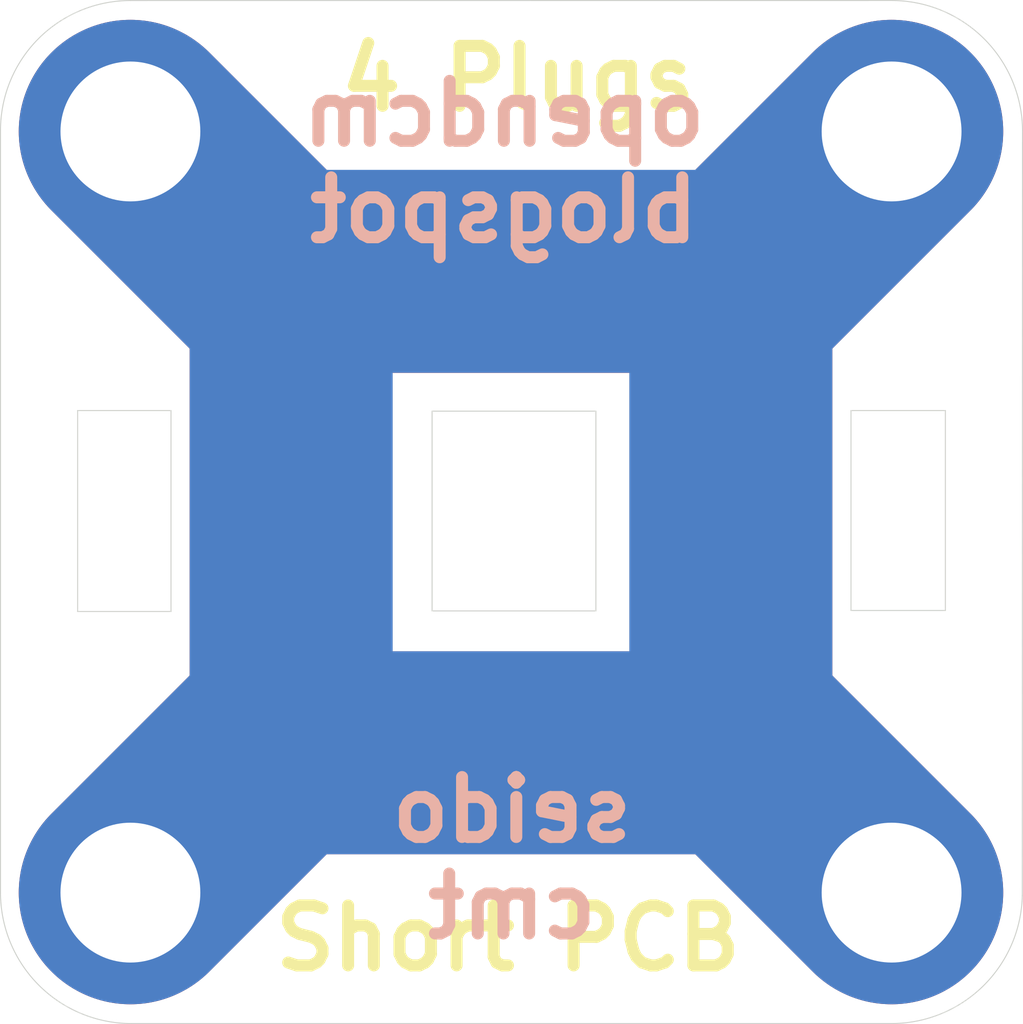
<source format=kicad_pcb>
(kicad_pcb (version 20171130) (host pcbnew 5.1.0-060a0da~80~ubuntu14.04.1)

  (general
    (thickness 1.6)
    (drawings 24)
    (tracks 17)
    (zones 0)
    (modules 4)
    (nets 1)
  )

  (page A4)
  (layers
    (0 F.Cu signal)
    (31 B.Cu signal)
    (32 B.Adhes user)
    (33 F.Adhes user)
    (34 B.Paste user)
    (35 F.Paste user)
    (36 B.SilkS user)
    (37 F.SilkS user)
    (38 B.Mask user)
    (39 F.Mask user)
    (40 Dwgs.User user)
    (41 Cmts.User user)
    (42 Eco1.User user)
    (43 Eco2.User user)
    (44 Edge.Cuts user)
    (45 Margin user)
    (46 B.CrtYd user)
    (47 F.CrtYd user)
    (48 B.Fab user)
    (49 F.Fab user)
  )

  (setup
    (last_trace_width 0.25)
    (trace_clearance 0.2)
    (zone_clearance 0.508)
    (zone_45_only no)
    (trace_min 0.2)
    (via_size 0.8)
    (via_drill 0.4)
    (via_min_size 0.4)
    (via_min_drill 0.3)
    (uvia_size 0.3)
    (uvia_drill 0.1)
    (uvias_allowed no)
    (uvia_min_size 0.2)
    (uvia_min_drill 0.1)
    (edge_width 0.0254)
    (segment_width 0.2)
    (pcb_text_width 0.3)
    (pcb_text_size 1.5 1.5)
    (mod_edge_width 0.15)
    (mod_text_size 1 1)
    (mod_text_width 0.15)
    (pad_size 5 5)
    (pad_drill 3.5)
    (pad_to_mask_clearance 0.2)
    (solder_mask_min_width 0.25)
    (aux_axis_origin 143.129 111.76)
    (grid_origin 143.129 92.71)
    (visible_elements FFFFFFFF)
    (pcbplotparams
      (layerselection 0x010fc_ffffffff)
      (usegerberextensions false)
      (usegerberattributes false)
      (usegerberadvancedattributes false)
      (creategerberjobfile false)
      (excludeedgelayer true)
      (linewidth 0.100000)
      (plotframeref false)
      (viasonmask false)
      (mode 1)
      (useauxorigin false)
      (hpglpennumber 1)
      (hpglpenspeed 20)
      (hpglpendiameter 15.000000)
      (psnegative false)
      (psa4output false)
      (plotreference true)
      (plotvalue true)
      (plotinvisibletext false)
      (padsonsilk false)
      (subtractmaskfromsilk false)
      (outputformat 1)
      (mirror false)
      (drillshape 1)
      (scaleselection 1)
      (outputdirectory ""))
  )

  (net 0 "")

  (net_class Default "This is the default net class."
    (clearance 0.2)
    (trace_width 0.25)
    (via_dia 0.8)
    (via_drill 0.4)
    (uvia_dia 0.3)
    (uvia_drill 0.1)
  )

  (module cal_zero_075:VIA (layer F.Cu) (tedit 5C8E35A9) (tstamp 5AE36C17)
    (at 180.5178 89.154 270)
    (path /5AE366F5)
    (fp_text reference U2 (at 0 0.5 270) (layer F.SilkS)
      (effects (font (size 1 1) (thickness 0.15)))
    )
    (fp_text value VIA (at 0 -0.5 270) (layer F.Fab)
      (effects (font (size 1 1) (thickness 0.15)))
    )
    (pad 1 thru_hole circle (at 0 0 270) (size 5 5) (drill 3.5) (layers *.Cu *.Mask))
  )

  (module cal_zero_075:VIA (layer F.Cu) (tedit 5C055CDB) (tstamp 5AE36C0B)
    (at 199.5678 108.204 270)
    (path /5AE367CF)
    (fp_text reference U3 (at 0 0.5 270) (layer F.SilkS)
      (effects (font (size 1 1) (thickness 0.15)))
    )
    (fp_text value VIA (at 0 -0.5 270) (layer F.Fab)
      (effects (font (size 1 1) (thickness 0.15)))
    )
    (pad 1 thru_hole circle (at 0 0 270) (size 5 5) (drill 3.5) (layers *.Cu *.Mask))
  )

  (module cal_zero_075:VIA (layer F.Cu) (tedit 5C055CDB) (tstamp 5AE36BFF)
    (at 180.5178 108.204 270)
    (path /5AE3685D)
    (fp_text reference U4 (at 0 0.5 270) (layer F.SilkS)
      (effects (font (size 1 1) (thickness 0.15)))
    )
    (fp_text value VIA (at 0 -0.5 270) (layer F.Fab)
      (effects (font (size 1 1) (thickness 0.15)))
    )
    (pad 1 thru_hole circle (at 0 0 270) (size 5 5) (drill 3.5) (layers *.Cu *.Mask))
  )

  (module cal_zero_075:VIA (layer F.Cu) (tedit 5C055CDB) (tstamp 5AE36BF3)
    (at 199.5678 89.154 270)
    (path /5AE36678)
    (fp_text reference U1 (at 0 0.5 270) (layer F.SilkS)
      (effects (font (size 1 1) (thickness 0.15)))
    )
    (fp_text value VIA (at 0 -0.5 270) (layer F.Fab)
      (effects (font (size 1 1) (thickness 0.15)))
    )
    (pad 1 thru_hole circle (at 0 0 270) (size 5 5) (drill 3.5) (layers *.Cu *.Mask))
  )

  (gr_line (start 199.5678 111.4806) (end 180.5432 111.4806) (layer Edge.Cuts) (width 0.0254) (tstamp 5C055DE0))
  (gr_arc (start 199.5678 89.154) (end 202.8444 89.2302) (angle -91.33221985) (layer Edge.Cuts) (width 0.0254))
  (gr_arc (start 180.5432 108.204) (end 177.2666 108.1786) (angle -90.44414443) (layer Edge.Cuts) (width 0.0254))
  (gr_line (start 177.2666 89.1286) (end 177.2666 108.1786) (layer Edge.Cuts) (width 0.0254) (tstamp 5AEBEA33))
  (gr_arc (start 199.563864 108.204021) (end 199.5678 111.480621) (angle -88.60092078) (layer Edge.Cuts) (width 0.0254))
  (gr_line (start 202.839583 108.280088) (end 202.8444 89.2302) (layer Edge.Cuts) (width 0.0254))
  (gr_arc (start 180.5178 89.1286) (end 180.5178 85.8774) (angle -90) (layer Edge.Cuts) (width 0.0254))
  (gr_line (start 199.5678 85.876514) (end 180.5178 85.8774) (layer Edge.Cuts) (width 0.0254))
  (gr_text "seido\ncmt" (at 190.0682 107.3404) (layer B.SilkS) (tstamp 5C056AE8)
    (effects (font (size 1.5 1.5) (thickness 0.3)) (justify mirror))
  )
  (gr_text "opendcm\nblogspot" (at 189.865 89.916) (layer B.SilkS) (tstamp 5C0566A1)
    (effects (font (size 1.5 1.5) (thickness 0.3)) (justify mirror))
  )
  (gr_text "4 Plugs" (at 190.2206 87.8332) (layer F.SilkS) (tstamp 5B0EF8F6)
    (effects (font (size 1.5 1.5) (thickness 0.3)))
  )
  (gr_text "Short PCB" (at 189.9666 109.347) (layer F.SilkS)
    (effects (font (size 1.5 1.5) (thickness 0.3)))
  )
  (gr_line (start 181.5338 96.139) (end 179.197 96.139) (layer Edge.Cuts) (width 0.0254) (tstamp 5B0EEF41))
  (gr_line (start 181.5338 96.139) (end 181.5338 101.1682) (layer Edge.Cuts) (width 0.0254) (tstamp 5B0EEF40))
  (gr_line (start 179.197 101.1682) (end 181.5338 101.1682) (layer Edge.Cuts) (width 0.0254) (tstamp 5B0EEF3F))
  (gr_line (start 179.197 96.139) (end 179.197 101.1682) (layer Edge.Cuts) (width 0.0254) (tstamp 5B0EEF3E))
  (gr_line (start 200.914 96.139) (end 200.914 101.1428) (layer Edge.Cuts) (width 0.0254) (tstamp 5B0EEF11))
  (gr_line (start 198.5518 96.139) (end 198.5518 101.1428) (layer Edge.Cuts) (width 0.0254) (tstamp 5B0EEEDA))
  (gr_line (start 192.1678 101.154) (end 188.0678 101.154) (layer Edge.Cuts) (width 0.0254) (tstamp 5B0EEDE5))
  (gr_line (start 188.0678 96.154) (end 188.0678 101.154) (layer Edge.Cuts) (width 0.0254) (tstamp 5B0EEDDD))
  (gr_line (start 192.1678 96.154) (end 188.0678 96.154) (layer Edge.Cuts) (width 0.0254) (tstamp 5B0EEA38))
  (gr_line (start 192.1678 96.154) (end 192.1678 101.154) (layer Edge.Cuts) (width 0.0254) (tstamp 5B0EEA35))
  (gr_line (start 198.5518 101.1428) (end 200.914 101.1428) (layer Edge.Cuts) (width 0.0254))
  (gr_line (start 200.914 96.139) (end 198.5518 96.139) (layer Edge.Cuts) (width 0.0254) (tstamp 5AEBEAD6))

  (segment (start 196.067801 92.653999) (end 184.017799 92.653999) (width 5.08) (layer F.Cu) (net 0))
  (segment (start 184.54051 93.17671) (end 184.54051 104.18129) (width 5.08) (layer F.Cu) (net 0))
  (segment (start 196.067801 104.704001) (end 199.5678 108.204) (width 5.588) (layer F.Cu) (net 0) (status 20))
  (segment (start 184.017799 104.704001) (end 196.067801 104.704001) (width 5.08) (layer F.Cu) (net 0))
  (segment (start 180.5178 108.204) (end 184.017799 104.704001) (width 5.588) (layer F.Cu) (net 0) (status 10))
  (segment (start 196.067801 92.653999) (end 199.5678 89.154) (width 5.588) (layer F.Cu) (net 0) (status 20))
  (segment (start 196.067801 92.653999) (end 184.017799 92.653999) (width 5.08) (layer B.Cu) (net 0))
  (segment (start 199.5678 89.154) (end 196.067801 92.653999) (width 5.588) (layer B.Cu) (net 0) (status 10))
  (segment (start 195.54509 93.17671) (end 195.54509 104.18129) (width 5.08) (layer B.Cu) (net 0))
  (segment (start 199.5678 89.154) (end 195.54509 93.17671) (width 5.08) (layer B.Cu) (net 0) (status 10))
  (segment (start 184.017799 104.704001) (end 180.5178 108.204) (width 5.588) (layer B.Cu) (net 0) (status 20))
  (segment (start 196.067801 104.704001) (end 184.017799 104.704001) (width 5.08) (layer B.Cu) (net 0))
  (segment (start 199.5678 108.204) (end 196.067801 104.704001) (width 5.588) (layer B.Cu) (net 0) (status 10))
  (segment (start 184.017799 92.653999) (end 180.5178 89.154) (width 5.588) (layer B.Cu) (net 0) (status 20))
  (segment (start 184.54051 104.18129) (end 184.54051 93.17671) (width 5.08) (layer B.Cu) (net 0))
  (segment (start 184.017799 92.653999) (end 180.5178 89.154) (width 5.588) (layer F.Cu) (net 0) (status 20))
  (segment (start 195.54509 104.18129) (end 195.54509 93.17671) (width 5.08) (layer F.Cu) (net 0))

)

</source>
